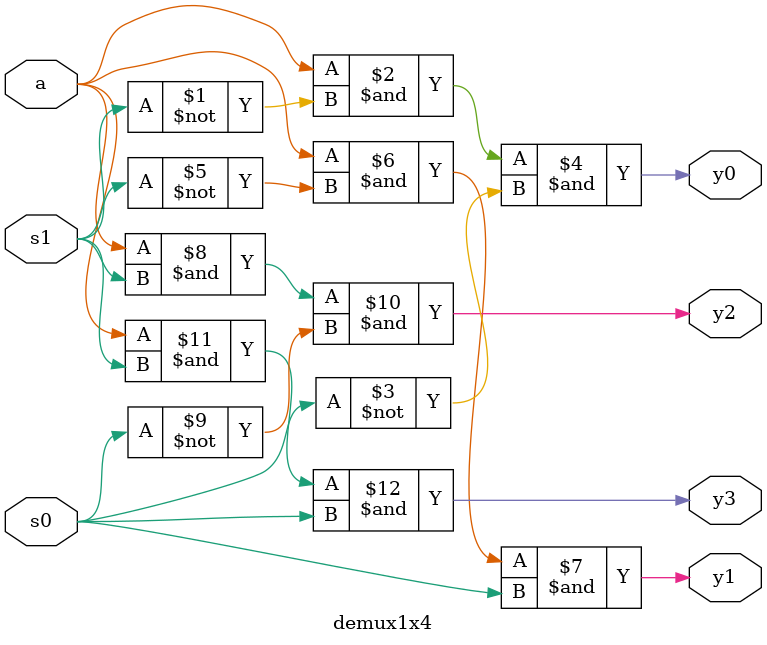
<source format=v>
module demux1x4(input a,s0,s1,output y0,y1,y2,y3);
assign y0 = a& ~s1 & ~s0;
assign y1 = a & ~s1 &  s0;
assign y2 = a &  s1 & ~s0;
assign y3 = a &  s1 &  s0;

endmodule

</source>
